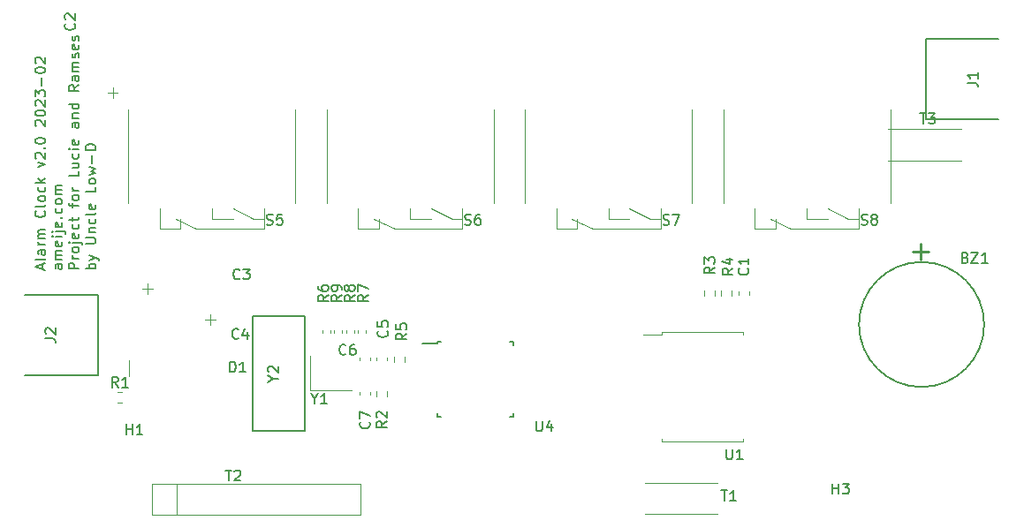
<source format=gbr>
%TF.GenerationSoftware,KiCad,Pcbnew,(6.0.0)*%
%TF.CreationDate,2023-02-05T23:26:26-08:00*%
%TF.ProjectId,digital_clock_v2,64696769-7461-46c5-9f63-6c6f636b5f76,rev?*%
%TF.SameCoordinates,Original*%
%TF.FileFunction,Legend,Top*%
%TF.FilePolarity,Positive*%
%FSLAX46Y46*%
G04 Gerber Fmt 4.6, Leading zero omitted, Abs format (unit mm)*
G04 Created by KiCad (PCBNEW (6.0.0)) date 2023-02-05 23:26:26*
%MOMM*%
%LPD*%
G01*
G04 APERTURE LIST*
%ADD10C,0.150000*%
%ADD11C,0.254000*%
%ADD12C,0.120000*%
G04 APERTURE END LIST*
D10*
X1751666Y-37712023D02*
X1751666Y-37235833D01*
X2037380Y-37807261D02*
X1037380Y-37473928D01*
X2037380Y-37140595D01*
X2037380Y-36664404D02*
X1989761Y-36759642D01*
X1894523Y-36807261D01*
X1037380Y-36807261D01*
X2037380Y-35854880D02*
X1513571Y-35854880D01*
X1418333Y-35902500D01*
X1370714Y-35997738D01*
X1370714Y-36188214D01*
X1418333Y-36283452D01*
X1989761Y-35854880D02*
X2037380Y-35950119D01*
X2037380Y-36188214D01*
X1989761Y-36283452D01*
X1894523Y-36331071D01*
X1799285Y-36331071D01*
X1704047Y-36283452D01*
X1656428Y-36188214D01*
X1656428Y-35950119D01*
X1608809Y-35854880D01*
X2037380Y-35378690D02*
X1370714Y-35378690D01*
X1561190Y-35378690D02*
X1465952Y-35331071D01*
X1418333Y-35283452D01*
X1370714Y-35188214D01*
X1370714Y-35092976D01*
X2037380Y-34759642D02*
X1370714Y-34759642D01*
X1465952Y-34759642D02*
X1418333Y-34712023D01*
X1370714Y-34616785D01*
X1370714Y-34473928D01*
X1418333Y-34378690D01*
X1513571Y-34331071D01*
X2037380Y-34331071D01*
X1513571Y-34331071D02*
X1418333Y-34283452D01*
X1370714Y-34188214D01*
X1370714Y-34045357D01*
X1418333Y-33950119D01*
X1513571Y-33902500D01*
X2037380Y-33902500D01*
X1942142Y-32092976D02*
X1989761Y-32140595D01*
X2037380Y-32283452D01*
X2037380Y-32378690D01*
X1989761Y-32521547D01*
X1894523Y-32616785D01*
X1799285Y-32664404D01*
X1608809Y-32712023D01*
X1465952Y-32712023D01*
X1275476Y-32664404D01*
X1180238Y-32616785D01*
X1085000Y-32521547D01*
X1037380Y-32378690D01*
X1037380Y-32283452D01*
X1085000Y-32140595D01*
X1132619Y-32092976D01*
X2037380Y-31521547D02*
X1989761Y-31616785D01*
X1894523Y-31664404D01*
X1037380Y-31664404D01*
X2037380Y-30997738D02*
X1989761Y-31092976D01*
X1942142Y-31140595D01*
X1846904Y-31188214D01*
X1561190Y-31188214D01*
X1465952Y-31140595D01*
X1418333Y-31092976D01*
X1370714Y-30997738D01*
X1370714Y-30854880D01*
X1418333Y-30759642D01*
X1465952Y-30712023D01*
X1561190Y-30664404D01*
X1846904Y-30664404D01*
X1942142Y-30712023D01*
X1989761Y-30759642D01*
X2037380Y-30854880D01*
X2037380Y-30997738D01*
X1989761Y-29807261D02*
X2037380Y-29902500D01*
X2037380Y-30092976D01*
X1989761Y-30188214D01*
X1942142Y-30235833D01*
X1846904Y-30283452D01*
X1561190Y-30283452D01*
X1465952Y-30235833D01*
X1418333Y-30188214D01*
X1370714Y-30092976D01*
X1370714Y-29902500D01*
X1418333Y-29807261D01*
X2037380Y-29378690D02*
X1037380Y-29378690D01*
X1656428Y-29283452D02*
X2037380Y-28997738D01*
X1370714Y-28997738D02*
X1751666Y-29378690D01*
X1370714Y-27902500D02*
X2037380Y-27664404D01*
X1370714Y-27426309D01*
X1132619Y-27092976D02*
X1085000Y-27045357D01*
X1037380Y-26950119D01*
X1037380Y-26712023D01*
X1085000Y-26616785D01*
X1132619Y-26569166D01*
X1227857Y-26521547D01*
X1323095Y-26521547D01*
X1465952Y-26569166D01*
X2037380Y-27140595D01*
X2037380Y-26521547D01*
X1942142Y-26092976D02*
X1989761Y-26045357D01*
X2037380Y-26092976D01*
X1989761Y-26140595D01*
X1942142Y-26092976D01*
X2037380Y-26092976D01*
X1037380Y-25426309D02*
X1037380Y-25331071D01*
X1085000Y-25235833D01*
X1132619Y-25188214D01*
X1227857Y-25140595D01*
X1418333Y-25092976D01*
X1656428Y-25092976D01*
X1846904Y-25140595D01*
X1942142Y-25188214D01*
X1989761Y-25235833D01*
X2037380Y-25331071D01*
X2037380Y-25426309D01*
X1989761Y-25521547D01*
X1942142Y-25569166D01*
X1846904Y-25616785D01*
X1656428Y-25664404D01*
X1418333Y-25664404D01*
X1227857Y-25616785D01*
X1132619Y-25569166D01*
X1085000Y-25521547D01*
X1037380Y-25426309D01*
X1132619Y-23950119D02*
X1085000Y-23902500D01*
X1037380Y-23807261D01*
X1037380Y-23569166D01*
X1085000Y-23473928D01*
X1132619Y-23426309D01*
X1227857Y-23378690D01*
X1323095Y-23378690D01*
X1465952Y-23426309D01*
X2037380Y-23997738D01*
X2037380Y-23378690D01*
X1037380Y-22759642D02*
X1037380Y-22664404D01*
X1085000Y-22569166D01*
X1132619Y-22521547D01*
X1227857Y-22473928D01*
X1418333Y-22426309D01*
X1656428Y-22426309D01*
X1846904Y-22473928D01*
X1942142Y-22521547D01*
X1989761Y-22569166D01*
X2037380Y-22664404D01*
X2037380Y-22759642D01*
X1989761Y-22854880D01*
X1942142Y-22902500D01*
X1846904Y-22950119D01*
X1656428Y-22997738D01*
X1418333Y-22997738D01*
X1227857Y-22950119D01*
X1132619Y-22902500D01*
X1085000Y-22854880D01*
X1037380Y-22759642D01*
X1132619Y-22045357D02*
X1085000Y-21997738D01*
X1037380Y-21902500D01*
X1037380Y-21664404D01*
X1085000Y-21569166D01*
X1132619Y-21521547D01*
X1227857Y-21473928D01*
X1323095Y-21473928D01*
X1465952Y-21521547D01*
X2037380Y-22092976D01*
X2037380Y-21473928D01*
X1037380Y-21140595D02*
X1037380Y-20521547D01*
X1418333Y-20854880D01*
X1418333Y-20712023D01*
X1465952Y-20616785D01*
X1513571Y-20569166D01*
X1608809Y-20521547D01*
X1846904Y-20521547D01*
X1942142Y-20569166D01*
X1989761Y-20616785D01*
X2037380Y-20712023D01*
X2037380Y-20997738D01*
X1989761Y-21092976D01*
X1942142Y-21140595D01*
X1656428Y-20092976D02*
X1656428Y-19331071D01*
X1037380Y-18664404D02*
X1037380Y-18569166D01*
X1085000Y-18473928D01*
X1132619Y-18426309D01*
X1227857Y-18378690D01*
X1418333Y-18331071D01*
X1656428Y-18331071D01*
X1846904Y-18378690D01*
X1942142Y-18426309D01*
X1989761Y-18473928D01*
X2037380Y-18569166D01*
X2037380Y-18664404D01*
X1989761Y-18759642D01*
X1942142Y-18807261D01*
X1846904Y-18854880D01*
X1656428Y-18902500D01*
X1418333Y-18902500D01*
X1227857Y-18854880D01*
X1132619Y-18807261D01*
X1085000Y-18759642D01*
X1037380Y-18664404D01*
X1132619Y-17950119D02*
X1085000Y-17902500D01*
X1037380Y-17807261D01*
X1037380Y-17569166D01*
X1085000Y-17473928D01*
X1132619Y-17426309D01*
X1227857Y-17378690D01*
X1323095Y-17378690D01*
X1465952Y-17426309D01*
X2037380Y-17997738D01*
X2037380Y-17378690D01*
X3647380Y-37235833D02*
X3123571Y-37235833D01*
X3028333Y-37283452D01*
X2980714Y-37378690D01*
X2980714Y-37569166D01*
X3028333Y-37664404D01*
X3599761Y-37235833D02*
X3647380Y-37331071D01*
X3647380Y-37569166D01*
X3599761Y-37664404D01*
X3504523Y-37712023D01*
X3409285Y-37712023D01*
X3314047Y-37664404D01*
X3266428Y-37569166D01*
X3266428Y-37331071D01*
X3218809Y-37235833D01*
X3647380Y-36759642D02*
X2980714Y-36759642D01*
X3075952Y-36759642D02*
X3028333Y-36712023D01*
X2980714Y-36616785D01*
X2980714Y-36473928D01*
X3028333Y-36378690D01*
X3123571Y-36331071D01*
X3647380Y-36331071D01*
X3123571Y-36331071D02*
X3028333Y-36283452D01*
X2980714Y-36188214D01*
X2980714Y-36045357D01*
X3028333Y-35950119D01*
X3123571Y-35902500D01*
X3647380Y-35902500D01*
X3599761Y-35045357D02*
X3647380Y-35140595D01*
X3647380Y-35331071D01*
X3599761Y-35426309D01*
X3504523Y-35473928D01*
X3123571Y-35473928D01*
X3028333Y-35426309D01*
X2980714Y-35331071D01*
X2980714Y-35140595D01*
X3028333Y-35045357D01*
X3123571Y-34997738D01*
X3218809Y-34997738D01*
X3314047Y-35473928D01*
X3647380Y-34569166D02*
X2980714Y-34569166D01*
X2647380Y-34569166D02*
X2695000Y-34616785D01*
X2742619Y-34569166D01*
X2695000Y-34521547D01*
X2647380Y-34569166D01*
X2742619Y-34569166D01*
X2980714Y-34092976D02*
X3837857Y-34092976D01*
X3933095Y-34140595D01*
X3980714Y-34235833D01*
X3980714Y-34283452D01*
X2647380Y-34092976D02*
X2695000Y-34140595D01*
X2742619Y-34092976D01*
X2695000Y-34045357D01*
X2647380Y-34092976D01*
X2742619Y-34092976D01*
X3599761Y-33235833D02*
X3647380Y-33331071D01*
X3647380Y-33521547D01*
X3599761Y-33616785D01*
X3504523Y-33664404D01*
X3123571Y-33664404D01*
X3028333Y-33616785D01*
X2980714Y-33521547D01*
X2980714Y-33331071D01*
X3028333Y-33235833D01*
X3123571Y-33188214D01*
X3218809Y-33188214D01*
X3314047Y-33664404D01*
X3552142Y-32759642D02*
X3599761Y-32712023D01*
X3647380Y-32759642D01*
X3599761Y-32807261D01*
X3552142Y-32759642D01*
X3647380Y-32759642D01*
X3599761Y-31854880D02*
X3647380Y-31950119D01*
X3647380Y-32140595D01*
X3599761Y-32235833D01*
X3552142Y-32283452D01*
X3456904Y-32331071D01*
X3171190Y-32331071D01*
X3075952Y-32283452D01*
X3028333Y-32235833D01*
X2980714Y-32140595D01*
X2980714Y-31950119D01*
X3028333Y-31854880D01*
X3647380Y-31283452D02*
X3599761Y-31378690D01*
X3552142Y-31426309D01*
X3456904Y-31473928D01*
X3171190Y-31473928D01*
X3075952Y-31426309D01*
X3028333Y-31378690D01*
X2980714Y-31283452D01*
X2980714Y-31140595D01*
X3028333Y-31045357D01*
X3075952Y-30997738D01*
X3171190Y-30950119D01*
X3456904Y-30950119D01*
X3552142Y-30997738D01*
X3599761Y-31045357D01*
X3647380Y-31140595D01*
X3647380Y-31283452D01*
X3647380Y-30521547D02*
X2980714Y-30521547D01*
X3075952Y-30521547D02*
X3028333Y-30473928D01*
X2980714Y-30378690D01*
X2980714Y-30235833D01*
X3028333Y-30140595D01*
X3123571Y-30092976D01*
X3647380Y-30092976D01*
X3123571Y-30092976D02*
X3028333Y-30045357D01*
X2980714Y-29950119D01*
X2980714Y-29807261D01*
X3028333Y-29712023D01*
X3123571Y-29664404D01*
X3647380Y-29664404D01*
X5257380Y-37664404D02*
X4257380Y-37664404D01*
X4257380Y-37283452D01*
X4305000Y-37188214D01*
X4352619Y-37140595D01*
X4447857Y-37092976D01*
X4590714Y-37092976D01*
X4685952Y-37140595D01*
X4733571Y-37188214D01*
X4781190Y-37283452D01*
X4781190Y-37664404D01*
X5257380Y-36664404D02*
X4590714Y-36664404D01*
X4781190Y-36664404D02*
X4685952Y-36616785D01*
X4638333Y-36569166D01*
X4590714Y-36473928D01*
X4590714Y-36378690D01*
X5257380Y-35902500D02*
X5209761Y-35997738D01*
X5162142Y-36045357D01*
X5066904Y-36092976D01*
X4781190Y-36092976D01*
X4685952Y-36045357D01*
X4638333Y-35997738D01*
X4590714Y-35902500D01*
X4590714Y-35759642D01*
X4638333Y-35664404D01*
X4685952Y-35616785D01*
X4781190Y-35569166D01*
X5066904Y-35569166D01*
X5162142Y-35616785D01*
X5209761Y-35664404D01*
X5257380Y-35759642D01*
X5257380Y-35902500D01*
X4590714Y-35140595D02*
X5447857Y-35140595D01*
X5543095Y-35188214D01*
X5590714Y-35283452D01*
X5590714Y-35331071D01*
X4257380Y-35140595D02*
X4305000Y-35188214D01*
X4352619Y-35140595D01*
X4305000Y-35092976D01*
X4257380Y-35140595D01*
X4352619Y-35140595D01*
X5209761Y-34283452D02*
X5257380Y-34378690D01*
X5257380Y-34569166D01*
X5209761Y-34664404D01*
X5114523Y-34712023D01*
X4733571Y-34712023D01*
X4638333Y-34664404D01*
X4590714Y-34569166D01*
X4590714Y-34378690D01*
X4638333Y-34283452D01*
X4733571Y-34235833D01*
X4828809Y-34235833D01*
X4924047Y-34712023D01*
X5209761Y-33378690D02*
X5257380Y-33473928D01*
X5257380Y-33664404D01*
X5209761Y-33759642D01*
X5162142Y-33807261D01*
X5066904Y-33854880D01*
X4781190Y-33854880D01*
X4685952Y-33807261D01*
X4638333Y-33759642D01*
X4590714Y-33664404D01*
X4590714Y-33473928D01*
X4638333Y-33378690D01*
X4590714Y-33092976D02*
X4590714Y-32712023D01*
X4257380Y-32950119D02*
X5114523Y-32950119D01*
X5209761Y-32902500D01*
X5257380Y-32807261D01*
X5257380Y-32712023D01*
X4590714Y-31759642D02*
X4590714Y-31378690D01*
X5257380Y-31616785D02*
X4400238Y-31616785D01*
X4305000Y-31569166D01*
X4257380Y-31473928D01*
X4257380Y-31378690D01*
X5257380Y-30902500D02*
X5209761Y-30997738D01*
X5162142Y-31045357D01*
X5066904Y-31092976D01*
X4781190Y-31092976D01*
X4685952Y-31045357D01*
X4638333Y-30997738D01*
X4590714Y-30902500D01*
X4590714Y-30759642D01*
X4638333Y-30664404D01*
X4685952Y-30616785D01*
X4781190Y-30569166D01*
X5066904Y-30569166D01*
X5162142Y-30616785D01*
X5209761Y-30664404D01*
X5257380Y-30759642D01*
X5257380Y-30902500D01*
X5257380Y-30140595D02*
X4590714Y-30140595D01*
X4781190Y-30140595D02*
X4685952Y-30092976D01*
X4638333Y-30045357D01*
X4590714Y-29950119D01*
X4590714Y-29854880D01*
X5257380Y-28283452D02*
X5257380Y-28759642D01*
X4257380Y-28759642D01*
X4590714Y-27521547D02*
X5257380Y-27521547D01*
X4590714Y-27950119D02*
X5114523Y-27950119D01*
X5209761Y-27902500D01*
X5257380Y-27807261D01*
X5257380Y-27664404D01*
X5209761Y-27569166D01*
X5162142Y-27521547D01*
X5209761Y-26616785D02*
X5257380Y-26712023D01*
X5257380Y-26902500D01*
X5209761Y-26997738D01*
X5162142Y-27045357D01*
X5066904Y-27092976D01*
X4781190Y-27092976D01*
X4685952Y-27045357D01*
X4638333Y-26997738D01*
X4590714Y-26902500D01*
X4590714Y-26712023D01*
X4638333Y-26616785D01*
X5257380Y-26188214D02*
X4590714Y-26188214D01*
X4257380Y-26188214D02*
X4305000Y-26235833D01*
X4352619Y-26188214D01*
X4305000Y-26140595D01*
X4257380Y-26188214D01*
X4352619Y-26188214D01*
X5209761Y-25331071D02*
X5257380Y-25426309D01*
X5257380Y-25616785D01*
X5209761Y-25712023D01*
X5114523Y-25759642D01*
X4733571Y-25759642D01*
X4638333Y-25712023D01*
X4590714Y-25616785D01*
X4590714Y-25426309D01*
X4638333Y-25331071D01*
X4733571Y-25283452D01*
X4828809Y-25283452D01*
X4924047Y-25759642D01*
X5257380Y-23664404D02*
X4733571Y-23664404D01*
X4638333Y-23712023D01*
X4590714Y-23807261D01*
X4590714Y-23997738D01*
X4638333Y-24092976D01*
X5209761Y-23664404D02*
X5257380Y-23759642D01*
X5257380Y-23997738D01*
X5209761Y-24092976D01*
X5114523Y-24140595D01*
X5019285Y-24140595D01*
X4924047Y-24092976D01*
X4876428Y-23997738D01*
X4876428Y-23759642D01*
X4828809Y-23664404D01*
X4590714Y-23188214D02*
X5257380Y-23188214D01*
X4685952Y-23188214D02*
X4638333Y-23140595D01*
X4590714Y-23045357D01*
X4590714Y-22902500D01*
X4638333Y-22807261D01*
X4733571Y-22759642D01*
X5257380Y-22759642D01*
X5257380Y-21854880D02*
X4257380Y-21854880D01*
X5209761Y-21854880D02*
X5257380Y-21950119D01*
X5257380Y-22140595D01*
X5209761Y-22235833D01*
X5162142Y-22283452D01*
X5066904Y-22331071D01*
X4781190Y-22331071D01*
X4685952Y-22283452D01*
X4638333Y-22235833D01*
X4590714Y-22140595D01*
X4590714Y-21950119D01*
X4638333Y-21854880D01*
X5257380Y-20045357D02*
X4781190Y-20378690D01*
X5257380Y-20616785D02*
X4257380Y-20616785D01*
X4257380Y-20235833D01*
X4305000Y-20140595D01*
X4352619Y-20092976D01*
X4447857Y-20045357D01*
X4590714Y-20045357D01*
X4685952Y-20092976D01*
X4733571Y-20140595D01*
X4781190Y-20235833D01*
X4781190Y-20616785D01*
X5257380Y-19188214D02*
X4733571Y-19188214D01*
X4638333Y-19235833D01*
X4590714Y-19331071D01*
X4590714Y-19521547D01*
X4638333Y-19616785D01*
X5209761Y-19188214D02*
X5257380Y-19283452D01*
X5257380Y-19521547D01*
X5209761Y-19616785D01*
X5114523Y-19664404D01*
X5019285Y-19664404D01*
X4924047Y-19616785D01*
X4876428Y-19521547D01*
X4876428Y-19283452D01*
X4828809Y-19188214D01*
X5257380Y-18712023D02*
X4590714Y-18712023D01*
X4685952Y-18712023D02*
X4638333Y-18664404D01*
X4590714Y-18569166D01*
X4590714Y-18426309D01*
X4638333Y-18331071D01*
X4733571Y-18283452D01*
X5257380Y-18283452D01*
X4733571Y-18283452D02*
X4638333Y-18235833D01*
X4590714Y-18140595D01*
X4590714Y-17997738D01*
X4638333Y-17902500D01*
X4733571Y-17854880D01*
X5257380Y-17854880D01*
X5209761Y-17426309D02*
X5257380Y-17331071D01*
X5257380Y-17140595D01*
X5209761Y-17045357D01*
X5114523Y-16997738D01*
X5066904Y-16997738D01*
X4971666Y-17045357D01*
X4924047Y-17140595D01*
X4924047Y-17283452D01*
X4876428Y-17378690D01*
X4781190Y-17426309D01*
X4733571Y-17426309D01*
X4638333Y-17378690D01*
X4590714Y-17283452D01*
X4590714Y-17140595D01*
X4638333Y-17045357D01*
X5209761Y-16188214D02*
X5257380Y-16283452D01*
X5257380Y-16473928D01*
X5209761Y-16569166D01*
X5114523Y-16616785D01*
X4733571Y-16616785D01*
X4638333Y-16569166D01*
X4590714Y-16473928D01*
X4590714Y-16283452D01*
X4638333Y-16188214D01*
X4733571Y-16140595D01*
X4828809Y-16140595D01*
X4924047Y-16616785D01*
X5209761Y-15759642D02*
X5257380Y-15664404D01*
X5257380Y-15473928D01*
X5209761Y-15378690D01*
X5114523Y-15331071D01*
X5066904Y-15331071D01*
X4971666Y-15378690D01*
X4924047Y-15473928D01*
X4924047Y-15616785D01*
X4876428Y-15712023D01*
X4781190Y-15759642D01*
X4733571Y-15759642D01*
X4638333Y-15712023D01*
X4590714Y-15616785D01*
X4590714Y-15473928D01*
X4638333Y-15378690D01*
X6867380Y-37664404D02*
X5867380Y-37664404D01*
X6248333Y-37664404D02*
X6200714Y-37569166D01*
X6200714Y-37378690D01*
X6248333Y-37283452D01*
X6295952Y-37235833D01*
X6391190Y-37188214D01*
X6676904Y-37188214D01*
X6772142Y-37235833D01*
X6819761Y-37283452D01*
X6867380Y-37378690D01*
X6867380Y-37569166D01*
X6819761Y-37664404D01*
X6200714Y-36854880D02*
X6867380Y-36616785D01*
X6200714Y-36378690D02*
X6867380Y-36616785D01*
X7105476Y-36712023D01*
X7153095Y-36759642D01*
X7200714Y-36854880D01*
X5867380Y-35235833D02*
X6676904Y-35235833D01*
X6772142Y-35188214D01*
X6819761Y-35140595D01*
X6867380Y-35045357D01*
X6867380Y-34854880D01*
X6819761Y-34759642D01*
X6772142Y-34712023D01*
X6676904Y-34664404D01*
X5867380Y-34664404D01*
X6200714Y-34188214D02*
X6867380Y-34188214D01*
X6295952Y-34188214D02*
X6248333Y-34140595D01*
X6200714Y-34045357D01*
X6200714Y-33902500D01*
X6248333Y-33807261D01*
X6343571Y-33759642D01*
X6867380Y-33759642D01*
X6819761Y-32854880D02*
X6867380Y-32950119D01*
X6867380Y-33140595D01*
X6819761Y-33235833D01*
X6772142Y-33283452D01*
X6676904Y-33331071D01*
X6391190Y-33331071D01*
X6295952Y-33283452D01*
X6248333Y-33235833D01*
X6200714Y-33140595D01*
X6200714Y-32950119D01*
X6248333Y-32854880D01*
X6867380Y-32283452D02*
X6819761Y-32378690D01*
X6724523Y-32426309D01*
X5867380Y-32426309D01*
X6819761Y-31521547D02*
X6867380Y-31616785D01*
X6867380Y-31807261D01*
X6819761Y-31902500D01*
X6724523Y-31950119D01*
X6343571Y-31950119D01*
X6248333Y-31902500D01*
X6200714Y-31807261D01*
X6200714Y-31616785D01*
X6248333Y-31521547D01*
X6343571Y-31473928D01*
X6438809Y-31473928D01*
X6534047Y-31950119D01*
X6867380Y-29807261D02*
X6867380Y-30283452D01*
X5867380Y-30283452D01*
X6867380Y-29331071D02*
X6819761Y-29426309D01*
X6772142Y-29473928D01*
X6676904Y-29521547D01*
X6391190Y-29521547D01*
X6295952Y-29473928D01*
X6248333Y-29426309D01*
X6200714Y-29331071D01*
X6200714Y-29188214D01*
X6248333Y-29092976D01*
X6295952Y-29045357D01*
X6391190Y-28997738D01*
X6676904Y-28997738D01*
X6772142Y-29045357D01*
X6819761Y-29092976D01*
X6867380Y-29188214D01*
X6867380Y-29331071D01*
X6200714Y-28664404D02*
X6867380Y-28473928D01*
X6391190Y-28283452D01*
X6867380Y-28092976D01*
X6200714Y-27902500D01*
X6486428Y-27521547D02*
X6486428Y-26759642D01*
X6867380Y-26283452D02*
X5867380Y-26283452D01*
X5867380Y-26045357D01*
X5915000Y-25902500D01*
X6010238Y-25807261D01*
X6105476Y-25759642D01*
X6295952Y-25712023D01*
X6438809Y-25712023D01*
X6629285Y-25759642D01*
X6724523Y-25807261D01*
X6819761Y-25902500D01*
X6867380Y-26045357D01*
X6867380Y-26283452D01*
%TO.C,J1*%
X90402380Y-19833333D02*
X91116666Y-19833333D01*
X91259523Y-19880952D01*
X91354761Y-19976190D01*
X91402380Y-20119047D01*
X91402380Y-20214285D01*
X91402380Y-18833333D02*
X91402380Y-19404761D01*
X91402380Y-19119047D02*
X90402380Y-19119047D01*
X90545238Y-19214285D01*
X90640476Y-19309523D01*
X90688095Y-19404761D01*
%TO.C,R4*%
X67914780Y-37606266D02*
X67438590Y-37939600D01*
X67914780Y-38177695D02*
X66914780Y-38177695D01*
X66914780Y-37796742D01*
X66962400Y-37701504D01*
X67010019Y-37653885D01*
X67105257Y-37606266D01*
X67248114Y-37606266D01*
X67343352Y-37653885D01*
X67390971Y-37701504D01*
X67438590Y-37796742D01*
X67438590Y-38177695D01*
X67248114Y-36749123D02*
X67914780Y-36749123D01*
X66867161Y-36987219D02*
X67581447Y-37225314D01*
X67581447Y-36606266D01*
%TO.C,R9*%
X30452380Y-40166666D02*
X29976190Y-40500000D01*
X30452380Y-40738095D02*
X29452380Y-40738095D01*
X29452380Y-40357142D01*
X29500000Y-40261904D01*
X29547619Y-40214285D01*
X29642857Y-40166666D01*
X29785714Y-40166666D01*
X29880952Y-40214285D01*
X29928571Y-40261904D01*
X29976190Y-40357142D01*
X29976190Y-40738095D01*
X30452380Y-39690476D02*
X30452380Y-39500000D01*
X30404761Y-39404761D01*
X30357142Y-39357142D01*
X30214285Y-39261904D01*
X30023809Y-39214285D01*
X29642857Y-39214285D01*
X29547619Y-39261904D01*
X29500000Y-39309523D01*
X29452380Y-39404761D01*
X29452380Y-39595238D01*
X29500000Y-39690476D01*
X29547619Y-39738095D01*
X29642857Y-39785714D01*
X29880952Y-39785714D01*
X29976190Y-39738095D01*
X30023809Y-39690476D01*
X30071428Y-39595238D01*
X30071428Y-39404761D01*
X30023809Y-39309523D01*
X29976190Y-39261904D01*
X29880952Y-39214285D01*
%TO.C,BZ1*%
X90199047Y-36578571D02*
X90341904Y-36626190D01*
X90389523Y-36673809D01*
X90437142Y-36769047D01*
X90437142Y-36911904D01*
X90389523Y-37007142D01*
X90341904Y-37054761D01*
X90246666Y-37102380D01*
X89865714Y-37102380D01*
X89865714Y-36102380D01*
X90199047Y-36102380D01*
X90294285Y-36150000D01*
X90341904Y-36197619D01*
X90389523Y-36292857D01*
X90389523Y-36388095D01*
X90341904Y-36483333D01*
X90294285Y-36530952D01*
X90199047Y-36578571D01*
X89865714Y-36578571D01*
X90770476Y-36102380D02*
X91437142Y-36102380D01*
X90770476Y-37102380D01*
X91437142Y-37102380D01*
X92341904Y-37102380D02*
X91770476Y-37102380D01*
X92056190Y-37102380D02*
X92056190Y-36102380D01*
X91960952Y-36245238D01*
X91865714Y-36340476D01*
X91770476Y-36388095D01*
D11*
X85149704Y-36033142D02*
X86697895Y-36033142D01*
X85923800Y-36807238D02*
X85923800Y-35259047D01*
D10*
%TO.C,C7*%
X33072342Y-52338266D02*
X33119961Y-52385885D01*
X33167580Y-52528742D01*
X33167580Y-52623980D01*
X33119961Y-52766838D01*
X33024723Y-52862076D01*
X32929485Y-52909695D01*
X32739009Y-52957314D01*
X32596152Y-52957314D01*
X32405676Y-52909695D01*
X32310438Y-52862076D01*
X32215200Y-52766838D01*
X32167580Y-52623980D01*
X32167580Y-52528742D01*
X32215200Y-52385885D01*
X32262819Y-52338266D01*
X32167580Y-52004933D02*
X32167580Y-51338266D01*
X33167580Y-51766838D01*
%TO.C,T2*%
X19304095Y-56983380D02*
X19875523Y-56983380D01*
X19589809Y-57983380D02*
X19589809Y-56983380D01*
X20161238Y-57078619D02*
X20208857Y-57031000D01*
X20304095Y-56983380D01*
X20542190Y-56983380D01*
X20637428Y-57031000D01*
X20685047Y-57078619D01*
X20732666Y-57173857D01*
X20732666Y-57269095D01*
X20685047Y-57411952D01*
X20113619Y-57983380D01*
X20732666Y-57983380D01*
%TO.C,S8*%
X80238095Y-33404761D02*
X80380952Y-33452380D01*
X80619047Y-33452380D01*
X80714285Y-33404761D01*
X80761904Y-33357142D01*
X80809523Y-33261904D01*
X80809523Y-33166666D01*
X80761904Y-33071428D01*
X80714285Y-33023809D01*
X80619047Y-32976190D01*
X80428571Y-32928571D01*
X80333333Y-32880952D01*
X80285714Y-32833333D01*
X80238095Y-32738095D01*
X80238095Y-32642857D01*
X80285714Y-32547619D01*
X80333333Y-32500000D01*
X80428571Y-32452380D01*
X80666666Y-32452380D01*
X80809523Y-32500000D01*
X81380952Y-32880952D02*
X81285714Y-32833333D01*
X81238095Y-32785714D01*
X81190476Y-32690476D01*
X81190476Y-32642857D01*
X81238095Y-32547619D01*
X81285714Y-32500000D01*
X81380952Y-32452380D01*
X81571428Y-32452380D01*
X81666666Y-32500000D01*
X81714285Y-32547619D01*
X81761904Y-32642857D01*
X81761904Y-32690476D01*
X81714285Y-32785714D01*
X81666666Y-32833333D01*
X81571428Y-32880952D01*
X81380952Y-32880952D01*
X81285714Y-32928571D01*
X81238095Y-32976190D01*
X81190476Y-33071428D01*
X81190476Y-33261904D01*
X81238095Y-33357142D01*
X81285714Y-33404761D01*
X81380952Y-33452380D01*
X81571428Y-33452380D01*
X81666666Y-33404761D01*
X81714285Y-33357142D01*
X81761904Y-33261904D01*
X81761904Y-33071428D01*
X81714285Y-32976190D01*
X81666666Y-32928571D01*
X81571428Y-32880952D01*
%TO.C,U1*%
X67310095Y-54951380D02*
X67310095Y-55760904D01*
X67357714Y-55856142D01*
X67405333Y-55903761D01*
X67500571Y-55951380D01*
X67691047Y-55951380D01*
X67786285Y-55903761D01*
X67833904Y-55856142D01*
X67881523Y-55760904D01*
X67881523Y-54951380D01*
X68881523Y-55951380D02*
X68310095Y-55951380D01*
X68595809Y-55951380D02*
X68595809Y-54951380D01*
X68500571Y-55094238D01*
X68405333Y-55189476D01*
X68310095Y-55237095D01*
%TO.C,J2*%
X2002380Y-44333333D02*
X2716666Y-44333333D01*
X2859523Y-44380952D01*
X2954761Y-44476190D01*
X3002380Y-44619047D01*
X3002380Y-44714285D01*
X2097619Y-43904761D02*
X2050000Y-43857142D01*
X2002380Y-43761904D01*
X2002380Y-43523809D01*
X2050000Y-43428571D01*
X2097619Y-43380952D01*
X2192857Y-43333333D01*
X2288095Y-43333333D01*
X2430952Y-43380952D01*
X3002380Y-43952380D01*
X3002380Y-43333333D01*
%TO.C,R5*%
X36647380Y-43854666D02*
X36171190Y-44188000D01*
X36647380Y-44426095D02*
X35647380Y-44426095D01*
X35647380Y-44045142D01*
X35695000Y-43949904D01*
X35742619Y-43902285D01*
X35837857Y-43854666D01*
X35980714Y-43854666D01*
X36075952Y-43902285D01*
X36123571Y-43949904D01*
X36171190Y-44045142D01*
X36171190Y-44426095D01*
X35647380Y-42949904D02*
X35647380Y-43426095D01*
X36123571Y-43473714D01*
X36075952Y-43426095D01*
X36028333Y-43330857D01*
X36028333Y-43092761D01*
X36075952Y-42997523D01*
X36123571Y-42949904D01*
X36218809Y-42902285D01*
X36456904Y-42902285D01*
X36552142Y-42949904D01*
X36599761Y-42997523D01*
X36647380Y-43092761D01*
X36647380Y-43330857D01*
X36599761Y-43426095D01*
X36552142Y-43473714D01*
%TO.C,T3*%
X85852095Y-22733380D02*
X86423523Y-22733380D01*
X86137809Y-23733380D02*
X86137809Y-22733380D01*
X86661619Y-22733380D02*
X87280666Y-22733380D01*
X86947333Y-23114333D01*
X87090190Y-23114333D01*
X87185428Y-23161952D01*
X87233047Y-23209571D01*
X87280666Y-23304809D01*
X87280666Y-23542904D01*
X87233047Y-23638142D01*
X87185428Y-23685761D01*
X87090190Y-23733380D01*
X86804476Y-23733380D01*
X86709238Y-23685761D01*
X86661619Y-23638142D01*
%TO.C,H1*%
X9779095Y-53538380D02*
X9779095Y-52538380D01*
X9779095Y-53014571D02*
X10350523Y-53014571D01*
X10350523Y-53538380D02*
X10350523Y-52538380D01*
X11350523Y-53538380D02*
X10779095Y-53538380D01*
X11064809Y-53538380D02*
X11064809Y-52538380D01*
X10969571Y-52681238D01*
X10874333Y-52776476D01*
X10779095Y-52824095D01*
%TO.C,C6*%
X30821333Y-45823142D02*
X30773714Y-45870761D01*
X30630857Y-45918380D01*
X30535619Y-45918380D01*
X30392761Y-45870761D01*
X30297523Y-45775523D01*
X30249904Y-45680285D01*
X30202285Y-45489809D01*
X30202285Y-45346952D01*
X30249904Y-45156476D01*
X30297523Y-45061238D01*
X30392761Y-44966000D01*
X30535619Y-44918380D01*
X30630857Y-44918380D01*
X30773714Y-44966000D01*
X30821333Y-45013619D01*
X31678476Y-44918380D02*
X31488000Y-44918380D01*
X31392761Y-44966000D01*
X31345142Y-45013619D01*
X31249904Y-45156476D01*
X31202285Y-45346952D01*
X31202285Y-45727904D01*
X31249904Y-45823142D01*
X31297523Y-45870761D01*
X31392761Y-45918380D01*
X31583238Y-45918380D01*
X31678476Y-45870761D01*
X31726095Y-45823142D01*
X31773714Y-45727904D01*
X31773714Y-45489809D01*
X31726095Y-45394571D01*
X31678476Y-45346952D01*
X31583238Y-45299333D01*
X31392761Y-45299333D01*
X31297523Y-45346952D01*
X31249904Y-45394571D01*
X31202285Y-45489809D01*
%TO.C,R1*%
X9008333Y-49022380D02*
X8675000Y-48546190D01*
X8436904Y-49022380D02*
X8436904Y-48022380D01*
X8817857Y-48022380D01*
X8913095Y-48070000D01*
X8960714Y-48117619D01*
X9008333Y-48212857D01*
X9008333Y-48355714D01*
X8960714Y-48450952D01*
X8913095Y-48498571D01*
X8817857Y-48546190D01*
X8436904Y-48546190D01*
X9960714Y-49022380D02*
X9389285Y-49022380D01*
X9675000Y-49022380D02*
X9675000Y-48022380D01*
X9579761Y-48165238D01*
X9484523Y-48260476D01*
X9389285Y-48308095D01*
%TO.C,H3*%
X77470095Y-59253380D02*
X77470095Y-58253380D01*
X77470095Y-58729571D02*
X78041523Y-58729571D01*
X78041523Y-59253380D02*
X78041523Y-58253380D01*
X78422476Y-58253380D02*
X79041523Y-58253380D01*
X78708190Y-58634333D01*
X78851047Y-58634333D01*
X78946285Y-58681952D01*
X78993904Y-58729571D01*
X79041523Y-58824809D01*
X79041523Y-59062904D01*
X78993904Y-59158142D01*
X78946285Y-59205761D01*
X78851047Y-59253380D01*
X78565333Y-59253380D01*
X78470095Y-59205761D01*
X78422476Y-59158142D01*
%TO.C,R8*%
X31694380Y-40166666D02*
X31218190Y-40500000D01*
X31694380Y-40738095D02*
X30694380Y-40738095D01*
X30694380Y-40357142D01*
X30742000Y-40261904D01*
X30789619Y-40214285D01*
X30884857Y-40166666D01*
X31027714Y-40166666D01*
X31122952Y-40214285D01*
X31170571Y-40261904D01*
X31218190Y-40357142D01*
X31218190Y-40738095D01*
X31122952Y-39595238D02*
X31075333Y-39690476D01*
X31027714Y-39738095D01*
X30932476Y-39785714D01*
X30884857Y-39785714D01*
X30789619Y-39738095D01*
X30742000Y-39690476D01*
X30694380Y-39595238D01*
X30694380Y-39404761D01*
X30742000Y-39309523D01*
X30789619Y-39261904D01*
X30884857Y-39214285D01*
X30932476Y-39214285D01*
X31027714Y-39261904D01*
X31075333Y-39309523D01*
X31122952Y-39404761D01*
X31122952Y-39595238D01*
X31170571Y-39690476D01*
X31218190Y-39738095D01*
X31313428Y-39785714D01*
X31503904Y-39785714D01*
X31599142Y-39738095D01*
X31646761Y-39690476D01*
X31694380Y-39595238D01*
X31694380Y-39404761D01*
X31646761Y-39309523D01*
X31599142Y-39261904D01*
X31503904Y-39214285D01*
X31313428Y-39214285D01*
X31218190Y-39261904D01*
X31170571Y-39309523D01*
X31122952Y-39404761D01*
%TO.C,S5*%
X23238095Y-33404761D02*
X23380952Y-33452380D01*
X23619047Y-33452380D01*
X23714285Y-33404761D01*
X23761904Y-33357142D01*
X23809523Y-33261904D01*
X23809523Y-33166666D01*
X23761904Y-33071428D01*
X23714285Y-33023809D01*
X23619047Y-32976190D01*
X23428571Y-32928571D01*
X23333333Y-32880952D01*
X23285714Y-32833333D01*
X23238095Y-32738095D01*
X23238095Y-32642857D01*
X23285714Y-32547619D01*
X23333333Y-32500000D01*
X23428571Y-32452380D01*
X23666666Y-32452380D01*
X23809523Y-32500000D01*
X24714285Y-32452380D02*
X24238095Y-32452380D01*
X24190476Y-32928571D01*
X24238095Y-32880952D01*
X24333333Y-32833333D01*
X24571428Y-32833333D01*
X24666666Y-32880952D01*
X24714285Y-32928571D01*
X24761904Y-33023809D01*
X24761904Y-33261904D01*
X24714285Y-33357142D01*
X24666666Y-33404761D01*
X24571428Y-33452380D01*
X24333333Y-33452380D01*
X24238095Y-33404761D01*
X24190476Y-33357142D01*
%TO.C,R7*%
X32964380Y-40171666D02*
X32488190Y-40505000D01*
X32964380Y-40743095D02*
X31964380Y-40743095D01*
X31964380Y-40362142D01*
X32012000Y-40266904D01*
X32059619Y-40219285D01*
X32154857Y-40171666D01*
X32297714Y-40171666D01*
X32392952Y-40219285D01*
X32440571Y-40266904D01*
X32488190Y-40362142D01*
X32488190Y-40743095D01*
X31964380Y-39838333D02*
X31964380Y-39171666D01*
X32964380Y-39600238D01*
%TO.C,R2*%
X34742380Y-52287466D02*
X34266190Y-52620800D01*
X34742380Y-52858895D02*
X33742380Y-52858895D01*
X33742380Y-52477942D01*
X33790000Y-52382704D01*
X33837619Y-52335085D01*
X33932857Y-52287466D01*
X34075714Y-52287466D01*
X34170952Y-52335085D01*
X34218571Y-52382704D01*
X34266190Y-52477942D01*
X34266190Y-52858895D01*
X33837619Y-51906514D02*
X33790000Y-51858895D01*
X33742380Y-51763657D01*
X33742380Y-51525561D01*
X33790000Y-51430323D01*
X33837619Y-51382704D01*
X33932857Y-51335085D01*
X34028095Y-51335085D01*
X34170952Y-51382704D01*
X34742380Y-51954133D01*
X34742380Y-51335085D01*
%TO.C,C3*%
X20661333Y-38584142D02*
X20613714Y-38631761D01*
X20470857Y-38679380D01*
X20375619Y-38679380D01*
X20232761Y-38631761D01*
X20137523Y-38536523D01*
X20089904Y-38441285D01*
X20042285Y-38250809D01*
X20042285Y-38107952D01*
X20089904Y-37917476D01*
X20137523Y-37822238D01*
X20232761Y-37727000D01*
X20375619Y-37679380D01*
X20470857Y-37679380D01*
X20613714Y-37727000D01*
X20661333Y-37774619D01*
X20994666Y-37679380D02*
X21613714Y-37679380D01*
X21280380Y-38060333D01*
X21423238Y-38060333D01*
X21518476Y-38107952D01*
X21566095Y-38155571D01*
X21613714Y-38250809D01*
X21613714Y-38488904D01*
X21566095Y-38584142D01*
X21518476Y-38631761D01*
X21423238Y-38679380D01*
X21137523Y-38679380D01*
X21042285Y-38631761D01*
X20994666Y-38584142D01*
%TO.C,S7*%
X61238095Y-33404761D02*
X61380952Y-33452380D01*
X61619047Y-33452380D01*
X61714285Y-33404761D01*
X61761904Y-33357142D01*
X61809523Y-33261904D01*
X61809523Y-33166666D01*
X61761904Y-33071428D01*
X61714285Y-33023809D01*
X61619047Y-32976190D01*
X61428571Y-32928571D01*
X61333333Y-32880952D01*
X61285714Y-32833333D01*
X61238095Y-32738095D01*
X61238095Y-32642857D01*
X61285714Y-32547619D01*
X61333333Y-32500000D01*
X61428571Y-32452380D01*
X61666666Y-32452380D01*
X61809523Y-32500000D01*
X62142857Y-32452380D02*
X62809523Y-32452380D01*
X62380952Y-33452380D01*
%TO.C,C5*%
X34774142Y-43600666D02*
X34821761Y-43648285D01*
X34869380Y-43791142D01*
X34869380Y-43886380D01*
X34821761Y-44029238D01*
X34726523Y-44124476D01*
X34631285Y-44172095D01*
X34440809Y-44219714D01*
X34297952Y-44219714D01*
X34107476Y-44172095D01*
X34012238Y-44124476D01*
X33917000Y-44029238D01*
X33869380Y-43886380D01*
X33869380Y-43791142D01*
X33917000Y-43648285D01*
X33964619Y-43600666D01*
X33869380Y-42695904D02*
X33869380Y-43172095D01*
X34345571Y-43219714D01*
X34297952Y-43172095D01*
X34250333Y-43076857D01*
X34250333Y-42838761D01*
X34297952Y-42743523D01*
X34345571Y-42695904D01*
X34440809Y-42648285D01*
X34678904Y-42648285D01*
X34774142Y-42695904D01*
X34821761Y-42743523D01*
X34869380Y-42838761D01*
X34869380Y-43076857D01*
X34821761Y-43172095D01*
X34774142Y-43219714D01*
%TO.C,Y1*%
X27844809Y-50126190D02*
X27844809Y-50602380D01*
X27511476Y-49602380D02*
X27844809Y-50126190D01*
X28178142Y-49602380D01*
X29035285Y-50602380D02*
X28463857Y-50602380D01*
X28749571Y-50602380D02*
X28749571Y-49602380D01*
X28654333Y-49745238D01*
X28559095Y-49840476D01*
X28463857Y-49888095D01*
%TO.C,C4*%
X20534333Y-44299142D02*
X20486714Y-44346761D01*
X20343857Y-44394380D01*
X20248619Y-44394380D01*
X20105761Y-44346761D01*
X20010523Y-44251523D01*
X19962904Y-44156285D01*
X19915285Y-43965809D01*
X19915285Y-43822952D01*
X19962904Y-43632476D01*
X20010523Y-43537238D01*
X20105761Y-43442000D01*
X20248619Y-43394380D01*
X20343857Y-43394380D01*
X20486714Y-43442000D01*
X20534333Y-43489619D01*
X21391476Y-43727714D02*
X21391476Y-44394380D01*
X21153380Y-43346761D02*
X20915285Y-44061047D01*
X21534333Y-44061047D01*
%TO.C,D1*%
X19708904Y-47569380D02*
X19708904Y-46569380D01*
X19947000Y-46569380D01*
X20089857Y-46617000D01*
X20185095Y-46712238D01*
X20232714Y-46807476D01*
X20280333Y-46997952D01*
X20280333Y-47140809D01*
X20232714Y-47331285D01*
X20185095Y-47426523D01*
X20089857Y-47521761D01*
X19947000Y-47569380D01*
X19708904Y-47569380D01*
X21232714Y-47569380D02*
X20661285Y-47569380D01*
X20947000Y-47569380D02*
X20947000Y-46569380D01*
X20851761Y-46712238D01*
X20756523Y-46807476D01*
X20661285Y-46855095D01*
%TO.C,R3*%
X66187580Y-37504666D02*
X65711390Y-37838000D01*
X66187580Y-38076095D02*
X65187580Y-38076095D01*
X65187580Y-37695142D01*
X65235200Y-37599904D01*
X65282819Y-37552285D01*
X65378057Y-37504666D01*
X65520914Y-37504666D01*
X65616152Y-37552285D01*
X65663771Y-37599904D01*
X65711390Y-37695142D01*
X65711390Y-38076095D01*
X65187580Y-37171333D02*
X65187580Y-36552285D01*
X65568533Y-36885619D01*
X65568533Y-36742761D01*
X65616152Y-36647523D01*
X65663771Y-36599904D01*
X65759009Y-36552285D01*
X65997104Y-36552285D01*
X66092342Y-36599904D01*
X66139961Y-36647523D01*
X66187580Y-36742761D01*
X66187580Y-37028476D01*
X66139961Y-37123714D01*
X66092342Y-37171333D01*
%TO.C,S6*%
X42238095Y-33404761D02*
X42380952Y-33452380D01*
X42619047Y-33452380D01*
X42714285Y-33404761D01*
X42761904Y-33357142D01*
X42809523Y-33261904D01*
X42809523Y-33166666D01*
X42761904Y-33071428D01*
X42714285Y-33023809D01*
X42619047Y-32976190D01*
X42428571Y-32928571D01*
X42333333Y-32880952D01*
X42285714Y-32833333D01*
X42238095Y-32738095D01*
X42238095Y-32642857D01*
X42285714Y-32547619D01*
X42333333Y-32500000D01*
X42428571Y-32452380D01*
X42666666Y-32452380D01*
X42809523Y-32500000D01*
X43666666Y-32452380D02*
X43476190Y-32452380D01*
X43380952Y-32500000D01*
X43333333Y-32547619D01*
X43238095Y-32690476D01*
X43190476Y-32880952D01*
X43190476Y-33261904D01*
X43238095Y-33357142D01*
X43285714Y-33404761D01*
X43380952Y-33452380D01*
X43571428Y-33452380D01*
X43666666Y-33404761D01*
X43714285Y-33357142D01*
X43761904Y-33261904D01*
X43761904Y-33023809D01*
X43714285Y-32928571D01*
X43666666Y-32880952D01*
X43571428Y-32833333D01*
X43380952Y-32833333D01*
X43285714Y-32880952D01*
X43238095Y-32928571D01*
X43190476Y-33023809D01*
%TO.C,Y2*%
X23883390Y-48172190D02*
X24359580Y-48172190D01*
X23359580Y-48505523D02*
X23883390Y-48172190D01*
X23359580Y-47838857D01*
X23454819Y-47553142D02*
X23407200Y-47505523D01*
X23359580Y-47410285D01*
X23359580Y-47172190D01*
X23407200Y-47076952D01*
X23454819Y-47029333D01*
X23550057Y-46981714D01*
X23645295Y-46981714D01*
X23788152Y-47029333D01*
X24359580Y-47600761D01*
X24359580Y-46981714D01*
%TO.C,U4*%
X49072895Y-52233580D02*
X49072895Y-53043104D01*
X49120514Y-53138342D01*
X49168133Y-53185961D01*
X49263371Y-53233580D01*
X49453847Y-53233580D01*
X49549085Y-53185961D01*
X49596704Y-53138342D01*
X49644323Y-53043104D01*
X49644323Y-52233580D01*
X50549085Y-52566914D02*
X50549085Y-53233580D01*
X50310990Y-52185961D02*
X50072895Y-52900247D01*
X50691942Y-52900247D01*
%TO.C,C1*%
X69343542Y-37606266D02*
X69391161Y-37653885D01*
X69438780Y-37796742D01*
X69438780Y-37891980D01*
X69391161Y-38034838D01*
X69295923Y-38130076D01*
X69200685Y-38177695D01*
X69010209Y-38225314D01*
X68867352Y-38225314D01*
X68676876Y-38177695D01*
X68581638Y-38130076D01*
X68486400Y-38034838D01*
X68438780Y-37891980D01*
X68438780Y-37796742D01*
X68486400Y-37653885D01*
X68534019Y-37606266D01*
X69438780Y-36653885D02*
X69438780Y-37225314D01*
X69438780Y-36939600D02*
X68438780Y-36939600D01*
X68581638Y-37034838D01*
X68676876Y-37130076D01*
X68724495Y-37225314D01*
%TO.C,R6*%
X29154380Y-40171666D02*
X28678190Y-40505000D01*
X29154380Y-40743095D02*
X28154380Y-40743095D01*
X28154380Y-40362142D01*
X28202000Y-40266904D01*
X28249619Y-40219285D01*
X28344857Y-40171666D01*
X28487714Y-40171666D01*
X28582952Y-40219285D01*
X28630571Y-40266904D01*
X28678190Y-40362142D01*
X28678190Y-40743095D01*
X28154380Y-39314523D02*
X28154380Y-39505000D01*
X28202000Y-39600238D01*
X28249619Y-39647857D01*
X28392476Y-39743095D01*
X28582952Y-39790714D01*
X28963904Y-39790714D01*
X29059142Y-39743095D01*
X29106761Y-39695476D01*
X29154380Y-39600238D01*
X29154380Y-39409761D01*
X29106761Y-39314523D01*
X29059142Y-39266904D01*
X28963904Y-39219285D01*
X28725809Y-39219285D01*
X28630571Y-39266904D01*
X28582952Y-39314523D01*
X28535333Y-39409761D01*
X28535333Y-39600238D01*
X28582952Y-39695476D01*
X28630571Y-39743095D01*
X28725809Y-39790714D01*
%TO.C,T1*%
X66802095Y-58888380D02*
X67373523Y-58888380D01*
X67087809Y-59888380D02*
X67087809Y-58888380D01*
X68230666Y-59888380D02*
X67659238Y-59888380D01*
X67944952Y-59888380D02*
X67944952Y-58888380D01*
X67849714Y-59031238D01*
X67754476Y-59126476D01*
X67659238Y-59174095D01*
%TO.C,C2*%
X4802142Y-14136666D02*
X4849761Y-14184285D01*
X4897380Y-14327142D01*
X4897380Y-14422380D01*
X4849761Y-14565238D01*
X4754523Y-14660476D01*
X4659285Y-14708095D01*
X4468809Y-14755714D01*
X4325952Y-14755714D01*
X4135476Y-14708095D01*
X4040238Y-14660476D01*
X3945000Y-14565238D01*
X3897380Y-14422380D01*
X3897380Y-14327142D01*
X3945000Y-14184285D01*
X3992619Y-14136666D01*
X3992619Y-13755714D02*
X3945000Y-13708095D01*
X3897380Y-13612857D01*
X3897380Y-13374761D01*
X3945000Y-13279523D01*
X3992619Y-13231904D01*
X4087857Y-13184285D01*
X4183095Y-13184285D01*
X4325952Y-13231904D01*
X4897380Y-13803333D01*
X4897380Y-13184285D01*
%TO.C,J1*%
X86400000Y-15650000D02*
X93400000Y-15650000D01*
X93400000Y-23350000D02*
X86400000Y-23350000D01*
X86400000Y-23350000D02*
X86400000Y-15650000D01*
D12*
%TO.C,R4*%
X67832500Y-39762742D02*
X67832500Y-40237258D01*
X66787500Y-39762742D02*
X66787500Y-40237258D01*
%TO.C,R9*%
X30479000Y-43519359D02*
X30479000Y-43826641D01*
X29719000Y-43519359D02*
X29719000Y-43826641D01*
D10*
%TO.C,BZ1*%
X91994400Y-43000000D02*
G75*
G03*
X91994400Y-43000000I-5994400J0D01*
G01*
D12*
%TO.C,C7*%
X32129000Y-49769580D02*
X32129000Y-49488420D01*
X33149000Y-49769580D02*
X33149000Y-49488420D01*
%TO.C,T2*%
X32240000Y-61250000D02*
X12260000Y-61250000D01*
X14630000Y-58250000D02*
X14630000Y-61250000D01*
X12260000Y-58250000D02*
X32240000Y-58250000D01*
X12260000Y-61250000D02*
X12260000Y-58250000D01*
X32240000Y-58250000D02*
X32240000Y-61250000D01*
%TO.C,S8*%
X80000000Y-32845000D02*
X79000000Y-32845000D01*
X83000000Y-22345000D02*
X83000000Y-31345000D01*
X80000000Y-31845000D02*
X80000000Y-32845000D01*
X72000000Y-32845000D02*
X72000000Y-33845000D01*
X80000000Y-32845000D02*
X80000000Y-33845000D01*
X75000000Y-31845000D02*
X75000000Y-32845000D01*
X75000000Y-32845000D02*
X77000000Y-32845000D01*
X70000000Y-33845000D02*
X72000000Y-33845000D01*
X67000000Y-22345000D02*
X67000000Y-31345000D01*
X79000000Y-32845000D02*
X77000000Y-31845000D01*
X80000000Y-33845000D02*
X73500000Y-33845000D01*
X71500000Y-32845000D02*
X73500000Y-33845000D01*
X70000000Y-31845000D02*
X70000000Y-33845000D01*
%TO.C,U1*%
X65000000Y-54260000D02*
X68860000Y-54260000D01*
X61140000Y-54260000D02*
X61140000Y-54005000D01*
X65000000Y-43740000D02*
X61140000Y-43740000D01*
X68860000Y-54260000D02*
X68860000Y-54005000D01*
X65000000Y-54260000D02*
X61140000Y-54260000D01*
X68860000Y-43740000D02*
X68860000Y-43995000D01*
X61140000Y-43995000D02*
X59325000Y-43995000D01*
X61140000Y-43740000D02*
X61140000Y-43995000D01*
X65000000Y-43740000D02*
X68860000Y-43740000D01*
D10*
%TO.C,J2*%
X7100000Y-40150000D02*
X7100000Y-47850000D01*
X100000Y-40150000D02*
X7100000Y-40150000D01*
X7100000Y-47850000D02*
X100000Y-47850000D01*
D12*
%TO.C,R5*%
X35418500Y-46089742D02*
X35418500Y-46564258D01*
X36463500Y-46089742D02*
X36463500Y-46564258D01*
%TO.C,T3*%
X89789000Y-27281000D02*
X82804000Y-27281000D01*
X82804000Y-24281000D02*
X89789000Y-24281000D01*
%TO.C,C6*%
X33149000Y-46467580D02*
X33149000Y-46186420D01*
X32129000Y-46467580D02*
X32129000Y-46186420D01*
%TO.C,R1*%
X8937742Y-49477500D02*
X9412258Y-49477500D01*
X8937742Y-50522500D02*
X9412258Y-50522500D01*
%TO.C,R8*%
X30862000Y-43519359D02*
X30862000Y-43826641D01*
X31622000Y-43519359D02*
X31622000Y-43826641D01*
%TO.C,S5*%
X23000000Y-32845000D02*
X23000000Y-33845000D01*
X13000000Y-33845000D02*
X15000000Y-33845000D01*
X10000000Y-22345000D02*
X10000000Y-31345000D01*
X18000000Y-32845000D02*
X20000000Y-32845000D01*
X13000000Y-31845000D02*
X13000000Y-33845000D01*
X18000000Y-31845000D02*
X18000000Y-32845000D01*
X23000000Y-31845000D02*
X23000000Y-32845000D01*
X26000000Y-22345000D02*
X26000000Y-31345000D01*
X15000000Y-32845000D02*
X15000000Y-33845000D01*
X23000000Y-32845000D02*
X22000000Y-32845000D01*
X14500000Y-32845000D02*
X16500000Y-33845000D01*
X23000000Y-33845000D02*
X16500000Y-33845000D01*
X22000000Y-32845000D02*
X20000000Y-31845000D01*
%TO.C,R7*%
X32765000Y-43519359D02*
X32765000Y-43826641D01*
X32005000Y-43519359D02*
X32005000Y-43826641D01*
%TO.C,R2*%
X34812500Y-49391742D02*
X34812500Y-49866258D01*
X33767500Y-49391742D02*
X33767500Y-49866258D01*
%TO.C,C3*%
X11810000Y-40100000D02*
X11810000Y-39100000D01*
X12310000Y-39600000D02*
X11310000Y-39600000D01*
%TO.C,S7*%
X51000000Y-33845000D02*
X53000000Y-33845000D01*
X51000000Y-31845000D02*
X51000000Y-33845000D01*
X53000000Y-32845000D02*
X53000000Y-33845000D01*
X61000000Y-31845000D02*
X61000000Y-32845000D01*
X61000000Y-32845000D02*
X60000000Y-32845000D01*
X64000000Y-22345000D02*
X64000000Y-31345000D01*
X56000000Y-32845000D02*
X58000000Y-32845000D01*
X48000000Y-22345000D02*
X48000000Y-31345000D01*
X56000000Y-31845000D02*
X56000000Y-32845000D01*
X60000000Y-32845000D02*
X58000000Y-31845000D01*
X61000000Y-32845000D02*
X61000000Y-33845000D01*
X52500000Y-32845000D02*
X54500000Y-33845000D01*
X61000000Y-33845000D02*
X54500000Y-33845000D01*
%TO.C,C5*%
X34800000Y-46186420D02*
X34800000Y-46467580D01*
X33780000Y-46186420D02*
X33780000Y-46467580D01*
%TO.C,Y1*%
X27407200Y-46046000D02*
X27407200Y-49346000D01*
X27407200Y-49346000D02*
X31407200Y-49346000D01*
%TO.C,C4*%
X17810000Y-42000000D02*
X17810000Y-43000000D01*
X17310000Y-42500000D02*
X18310000Y-42500000D01*
%TO.C,D1*%
X10082400Y-47975000D02*
X10082400Y-46425000D01*
%TO.C,R3*%
X66181500Y-39762742D02*
X66181500Y-40237258D01*
X65136500Y-39762742D02*
X65136500Y-40237258D01*
%TO.C,S6*%
X37000000Y-32845000D02*
X39000000Y-32845000D01*
X33500000Y-32845000D02*
X35500000Y-33845000D01*
X42000000Y-32845000D02*
X41000000Y-32845000D01*
X32000000Y-33845000D02*
X34000000Y-33845000D01*
X32000000Y-31845000D02*
X32000000Y-33845000D01*
X42000000Y-33845000D02*
X35500000Y-33845000D01*
X45000000Y-22345000D02*
X45000000Y-31345000D01*
X29000000Y-22345000D02*
X29000000Y-31345000D01*
X37000000Y-31845000D02*
X37000000Y-32845000D01*
X42000000Y-32845000D02*
X42000000Y-33845000D01*
X34000000Y-32845000D02*
X34000000Y-33845000D01*
X42000000Y-31845000D02*
X42000000Y-32845000D01*
X41000000Y-32845000D02*
X39000000Y-31845000D01*
D10*
%TO.C,Y2*%
X26907200Y-42196000D02*
X26907200Y-53196000D01*
X21907200Y-53196000D02*
X21907200Y-42196000D01*
X26907200Y-53196000D02*
X21907200Y-53196000D01*
X21907200Y-42196000D02*
X26907200Y-42196000D01*
%TO.C,U4*%
X39625000Y-51875000D02*
X39625000Y-51550000D01*
X39625000Y-51875000D02*
X39950000Y-51875000D01*
X46875000Y-51875000D02*
X46875000Y-51550000D01*
X39625000Y-44625000D02*
X39950000Y-44625000D01*
X39625000Y-44850000D02*
X38200000Y-44850000D01*
X46875000Y-51875000D02*
X46550000Y-51875000D01*
X39625000Y-44625000D02*
X39625000Y-44850000D01*
X46875000Y-44625000D02*
X46875000Y-44950000D01*
X46875000Y-44625000D02*
X46550000Y-44625000D01*
D12*
%TO.C,C1*%
X69471000Y-40140580D02*
X69471000Y-39859420D01*
X68451000Y-40140580D02*
X68451000Y-39859420D01*
%TO.C,R6*%
X29336000Y-43519359D02*
X29336000Y-43826641D01*
X28576000Y-43519359D02*
X28576000Y-43826641D01*
%TO.C,T1*%
X66447500Y-61190000D02*
X59462500Y-61190000D01*
X59462500Y-58190000D02*
X66447500Y-58190000D01*
%TO.C,C2*%
X8485000Y-20280000D02*
X8485000Y-21280000D01*
X8985000Y-20780000D02*
X7985000Y-20780000D01*
%TD*%
M02*

</source>
